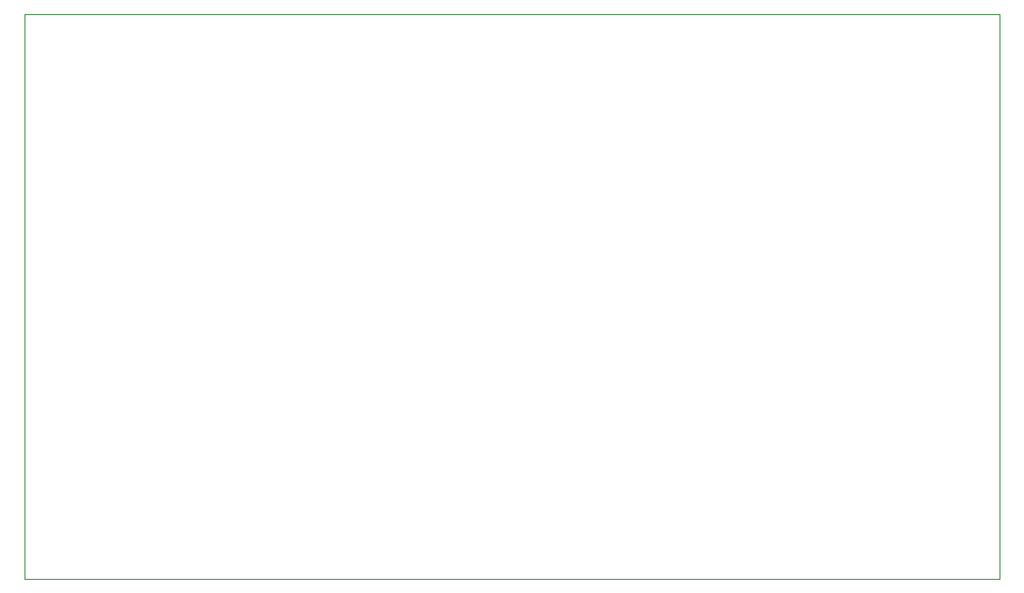
<source format=gm1>
G04 #@! TF.GenerationSoftware,KiCad,Pcbnew,8.0.4*
G04 #@! TF.CreationDate,2024-09-14T16:47:45+09:00*
G04 #@! TF.ProjectId,100base-t1-converter,31303062-6173-4652-9d74-312d636f6e76,rev?*
G04 #@! TF.SameCoordinates,Original*
G04 #@! TF.FileFunction,Profile,NP*
%FSLAX46Y46*%
G04 Gerber Fmt 4.6, Leading zero omitted, Abs format (unit mm)*
G04 Created by KiCad (PCBNEW 8.0.4) date 2024-09-14 16:47:45*
%MOMM*%
%LPD*%
G01*
G04 APERTURE LIST*
G04 #@! TA.AperFunction,Profile*
%ADD10C,0.050000*%
G04 #@! TD*
G04 APERTURE END LIST*
D10*
X164800000Y-121600000D02*
X252400000Y-121600000D01*
X164800000Y-70800000D02*
X164800000Y-121600000D01*
X252400000Y-70800000D02*
X164800000Y-70800000D01*
X252400000Y-121600000D02*
X252400000Y-70800000D01*
M02*

</source>
